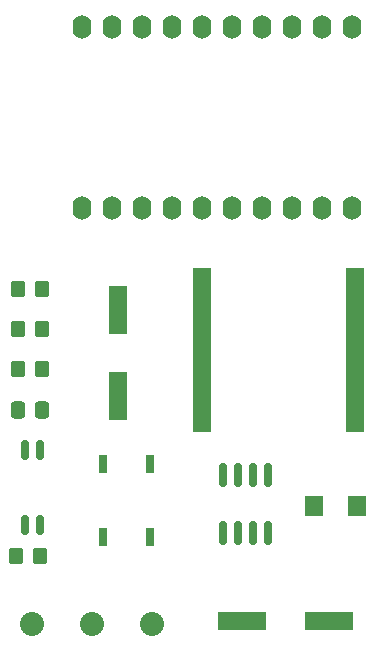
<source format=gbr>
%TF.GenerationSoftware,KiCad,Pcbnew,8.0.6*%
%TF.CreationDate,2024-11-29T18:17:16+01:00*%
%TF.ProjectId,doorbell_watcher,646f6f72-6265-46c6-9c5f-776174636865,rev?*%
%TF.SameCoordinates,Original*%
%TF.FileFunction,Soldermask,Top*%
%TF.FilePolarity,Negative*%
%FSLAX46Y46*%
G04 Gerber Fmt 4.6, Leading zero omitted, Abs format (unit mm)*
G04 Created by KiCad (PCBNEW 8.0.6) date 2024-11-29 18:17:16*
%MOMM*%
%LPD*%
G01*
G04 APERTURE LIST*
G04 Aperture macros list*
%AMRoundRect*
0 Rectangle with rounded corners*
0 $1 Rounding radius*
0 $2 $3 $4 $5 $6 $7 $8 $9 X,Y pos of 4 corners*
0 Add a 4 corners polygon primitive as box body*
4,1,4,$2,$3,$4,$5,$6,$7,$8,$9,$2,$3,0*
0 Add four circle primitives for the rounded corners*
1,1,$1+$1,$2,$3*
1,1,$1+$1,$4,$5*
1,1,$1+$1,$6,$7*
1,1,$1+$1,$8,$9*
0 Add four rect primitives between the rounded corners*
20,1,$1+$1,$2,$3,$4,$5,0*
20,1,$1+$1,$4,$5,$6,$7,0*
20,1,$1+$1,$6,$7,$8,$9,0*
20,1,$1+$1,$8,$9,$2,$3,0*%
G04 Aperture macros list end*
%ADD10O,1.600000X2.000000*%
%ADD11RoundRect,0.250000X-0.350000X-0.450000X0.350000X-0.450000X0.350000X0.450000X-0.350000X0.450000X0*%
%ADD12C,2.032000*%
%ADD13R,0.762000X1.638300*%
%ADD14R,1.600200X4.114800*%
%ADD15RoundRect,0.150000X-0.150000X0.825000X-0.150000X-0.825000X0.150000X-0.825000X0.150000X0.825000X0*%
%ADD16RoundRect,0.150000X0.150000X-0.662500X0.150000X0.662500X-0.150000X0.662500X-0.150000X-0.662500X0*%
%ADD17RoundRect,0.250000X-0.337500X-0.475000X0.337500X-0.475000X0.337500X0.475000X-0.337500X0.475000X0*%
%ADD18R,1.524000X1.651000*%
%ADD19RoundRect,0.250000X0.350000X0.450000X-0.350000X0.450000X-0.350000X-0.450000X0.350000X-0.450000X0*%
%ADD20R,1.524000X13.970000*%
%ADD21R,4.114800X1.600200*%
G04 APERTURE END LIST*
D10*
%TO.C,J3*%
X146620000Y-79571000D03*
X144080000Y-79571000D03*
X141540000Y-79571000D03*
X139000000Y-79571000D03*
X136460000Y-79571000D03*
X133920000Y-79571000D03*
X131380000Y-79571000D03*
X128840000Y-79571000D03*
X126300000Y-79571000D03*
X123760000Y-79571000D03*
%TD*%
D11*
%TO.C,R1*%
X118200000Y-109000000D03*
X120200000Y-109000000D03*
%TD*%
D12*
%TO.C,J1*%
X129680000Y-114800000D03*
X124600000Y-114800000D03*
X119520000Y-114800000D03*
%TD*%
D11*
%TO.C,R3*%
X118400000Y-89800000D03*
X120400000Y-89800000D03*
%TD*%
D13*
%TO.C,D1*%
X129580000Y-101221000D03*
X125579998Y-101221000D03*
X125579998Y-107405900D03*
X129580000Y-107405900D03*
%TD*%
D11*
%TO.C,R2*%
X118400000Y-93200000D03*
X120400000Y-93200000D03*
%TD*%
D14*
%TO.C,C3*%
X126800000Y-88142400D03*
X126800000Y-95457600D03*
%TD*%
D15*
%TO.C,U2*%
X139505000Y-102125000D03*
X138235000Y-102125000D03*
X136965000Y-102125000D03*
X135695000Y-102125000D03*
X135695000Y-107075000D03*
X136965000Y-107075000D03*
X138235000Y-107075000D03*
X139505000Y-107075000D03*
%TD*%
D16*
%TO.C,U1*%
X118965000Y-106387500D03*
X120235000Y-106387500D03*
X120235000Y-100012500D03*
X118965000Y-100012500D03*
%TD*%
D10*
%TO.C,J2*%
X146620000Y-64250000D03*
X144080000Y-64250000D03*
X141540000Y-64250000D03*
X139000000Y-64250000D03*
X136460000Y-64250000D03*
X133920000Y-64250000D03*
X131380000Y-64250000D03*
X128840000Y-64250000D03*
X126300000Y-64250000D03*
X123760000Y-64250000D03*
%TD*%
D17*
%TO.C,C2*%
X118362500Y-96600000D03*
X120437500Y-96600000D03*
%TD*%
D18*
%TO.C,D2*%
X143457000Y-104750000D03*
X147063800Y-104750000D03*
%TD*%
D19*
%TO.C,R4*%
X120400000Y-86400000D03*
X118400000Y-86400000D03*
%TD*%
D20*
%TO.C,L1*%
X146877000Y-91600000D03*
X133923000Y-91600000D03*
%TD*%
D21*
%TO.C,C1*%
X137342400Y-114500000D03*
X144657600Y-114500000D03*
%TD*%
M02*

</source>
